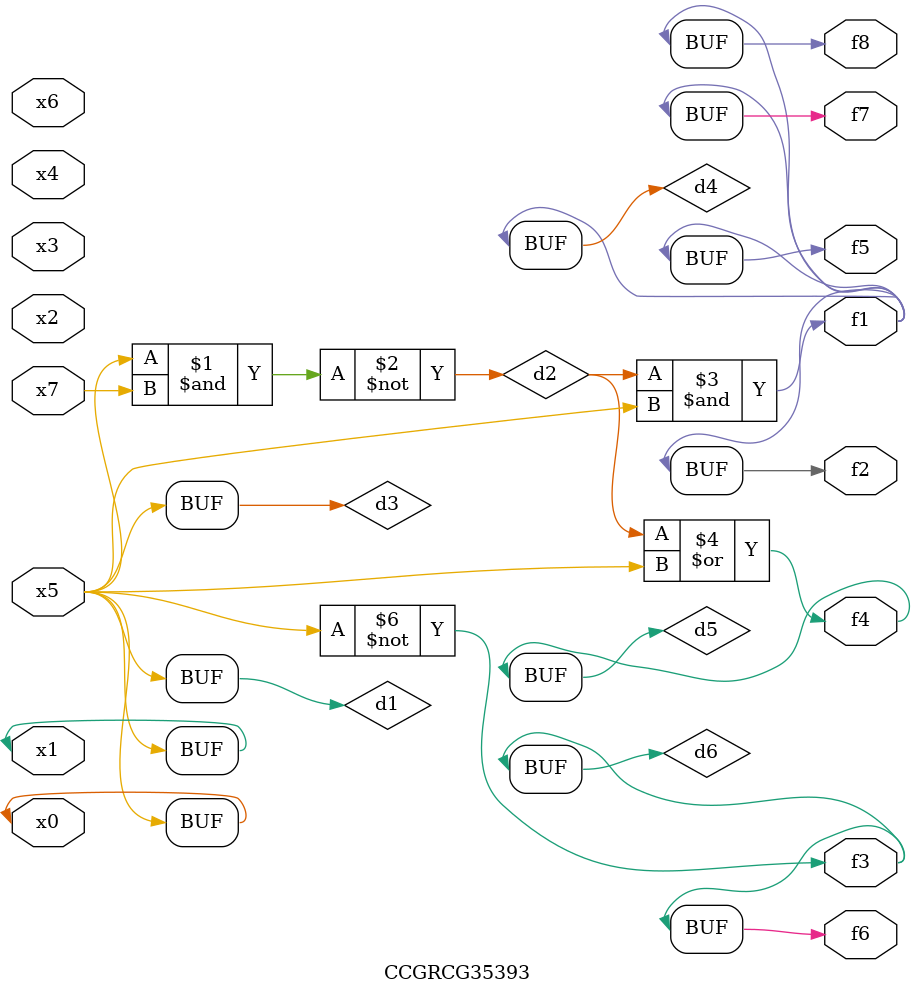
<source format=v>
module CCGRCG35393(
	input x0, x1, x2, x3, x4, x5, x6, x7,
	output f1, f2, f3, f4, f5, f6, f7, f8
);

	wire d1, d2, d3, d4, d5, d6;

	buf (d1, x0, x5);
	nand (d2, x5, x7);
	buf (d3, x0, x1);
	and (d4, d2, d3);
	or (d5, d2, d3);
	nor (d6, d1, d3);
	assign f1 = d4;
	assign f2 = d4;
	assign f3 = d6;
	assign f4 = d5;
	assign f5 = d4;
	assign f6 = d6;
	assign f7 = d4;
	assign f8 = d4;
endmodule

</source>
